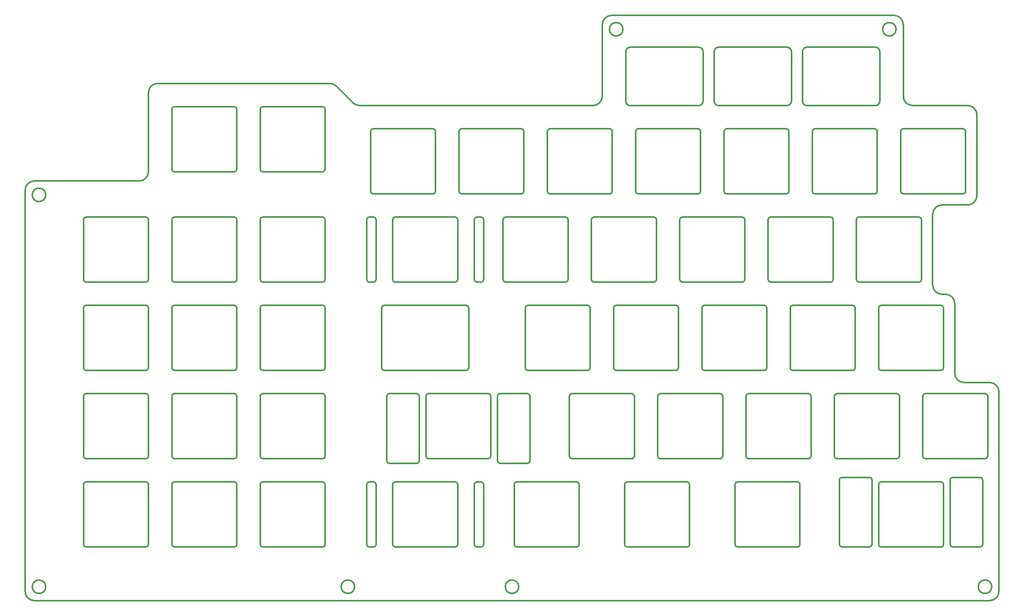
<source format=gm1>
%TF.GenerationSoftware,KiCad,Pcbnew,(6.0.5)*%
%TF.CreationDate,2022-07-28T20:29:26-06:00*%
%TF.ProjectId,plate-left,706c6174-652d-46c6-9566-742e6b696361,rev?*%
%TF.SameCoordinates,Original*%
%TF.FileFunction,Profile,NP*%
%FSLAX46Y46*%
G04 Gerber Fmt 4.6, Leading zero omitted, Abs format (unit mm)*
G04 Created by KiCad (PCBNEW (6.0.5)) date 2022-07-28 20:29:26*
%MOMM*%
%LPD*%
G01*
G04 APERTURE LIST*
%TA.AperFunction,Profile*%
%ADD10C,0.300000*%
%TD*%
G04 APERTURE END LIST*
D10*
X109856200Y-91150000D02*
G75*
G03*
X109356250Y-90650000I-500000J0D01*
G01*
X137931250Y-71600000D02*
X124931250Y-71600000D01*
X186343750Y-85100000D02*
X186343750Y-72100000D01*
X215418750Y-52549950D02*
G75*
G03*
X214918750Y-53050000I50J-500050D01*
G01*
X96356250Y-71599950D02*
G75*
G03*
X95856250Y-72100000I50J-500050D01*
G01*
X90806200Y-129250000D02*
G75*
G03*
X90306250Y-128750000I-500000J0D01*
G01*
X234468750Y-52550000D02*
X247468750Y-52550000D01*
X119668800Y-66050000D02*
G75*
G03*
X120168750Y-66550000I500000J0D01*
G01*
X138718800Y-66050000D02*
G75*
G03*
X139218750Y-66550000I500000J0D01*
G01*
X185556250Y-104650050D02*
G75*
G03*
X186056250Y-104150000I-50J500050D01*
G01*
X153006300Y-104150000D02*
G75*
G03*
X153506250Y-104650000I500000J0D01*
G01*
X58256250Y-90649950D02*
G75*
G03*
X57756250Y-91150000I50J-500050D01*
G01*
X71756250Y-72100000D02*
X71756250Y-85100000D01*
X71256250Y-142750000D02*
X58256250Y-142750000D01*
X95856250Y-72100000D02*
X95856250Y-85100000D01*
X124931250Y-128749950D02*
G75*
G03*
X124431250Y-129250000I50J-500050D01*
G01*
X214631200Y-110200000D02*
G75*
G03*
X214131250Y-109700000I-500000J0D01*
G01*
X174674700Y-46522000D02*
G75*
G03*
X175674750Y-47522000I1000000J0D01*
G01*
X227268250Y-142750000D02*
X221268250Y-142750000D01*
X144031250Y-142250000D02*
X144031250Y-129250000D01*
X195081250Y-123700050D02*
G75*
G03*
X195581250Y-123200000I-50J500050D01*
G01*
X120831200Y-129250000D02*
G75*
G03*
X120331250Y-128750000I-500000J0D01*
G01*
X109356250Y-142750050D02*
G75*
G03*
X109856250Y-142250000I-50J500050D01*
G01*
X143531250Y-85600050D02*
G75*
G03*
X144031250Y-85100000I-50J500050D01*
G01*
X220768300Y-142250000D02*
G75*
G03*
X221268250Y-142750000I500000J0D01*
G01*
X145075000Y-123700000D02*
X132075000Y-123700000D01*
X118831300Y-85100000D02*
G75*
G03*
X119331250Y-85600000I500000J0D01*
G01*
X171768700Y-53050000D02*
G75*
G03*
X171268750Y-52550000I-500000J0D01*
G01*
X138431200Y-129250000D02*
G75*
G03*
X137931250Y-128750000I-500000J0D01*
G01*
X154013000Y-110200000D02*
G75*
G03*
X153513000Y-109700000I-500100J-100D01*
G01*
X90806250Y-91150000D02*
X90806250Y-104150000D01*
X140812500Y-91150000D02*
G75*
G03*
X140312500Y-90650000I-500100J-100D01*
G01*
X142031250Y-85100000D02*
X142031250Y-72100000D01*
X77306250Y-47787450D02*
G75*
G03*
X76806250Y-48287500I50J-500050D01*
G01*
X210156250Y-104150000D02*
X210156250Y-91150000D01*
X152218750Y-52550000D02*
X139218750Y-52550000D01*
X138431250Y-85100000D02*
X138431250Y-72100000D01*
X90306250Y-123700000D02*
X77306250Y-123700000D01*
X71756250Y-44737500D02*
X71756250Y-61787500D01*
X191606250Y-90649950D02*
G75*
G03*
X191106250Y-91150000I50J-500050D01*
G01*
X219393700Y-72100000D02*
G75*
G03*
X218893750Y-71600000I-500000J0D01*
G01*
X157768800Y-66050000D02*
G75*
G03*
X158268750Y-66550000I500000J0D01*
G01*
X96356250Y-109699950D02*
G75*
G03*
X95856250Y-110200000I50J-500050D01*
G01*
X109356250Y-61787550D02*
G75*
G03*
X109856250Y-61287500I-50J500050D01*
G01*
X151125000Y-128750000D02*
X164125000Y-128750000D01*
X243206200Y-129250000D02*
G75*
G03*
X242706250Y-128750000I-500000J0D01*
G01*
X186843750Y-71600000D02*
X199843750Y-71600000D01*
X214918800Y-66050000D02*
G75*
G03*
X215418750Y-66550000I500000J0D01*
G01*
X130137000Y-124200000D02*
X130137000Y-110200000D01*
X120168750Y-52549950D02*
G75*
G03*
X119668750Y-53050000I50J-500050D01*
G01*
X120331250Y-128750000D02*
X119331250Y-128750000D01*
X167624750Y-47500000D02*
X117246062Y-47500000D01*
X90306250Y-61787500D02*
X77306250Y-61787500D01*
X251144250Y-142750000D02*
X245144250Y-142750000D01*
X200343700Y-72100000D02*
G75*
G03*
X199843750Y-71600000I-500000J0D01*
G01*
X234468750Y-52549950D02*
G75*
G03*
X233968750Y-53050000I50J-500050D01*
G01*
X124431250Y-72100000D02*
X124431250Y-85100000D01*
X119668750Y-66050000D02*
X119668750Y-53050000D01*
X232974750Y-31050000D02*
G75*
G03*
X232974750Y-31050000I-1450000J0D01*
G01*
X133168750Y-66550000D02*
X120168750Y-66550000D01*
X45156200Y-152350000D02*
G75*
G03*
X47156250Y-154350000I2000000J0D01*
G01*
X77306250Y-128749950D02*
G75*
G03*
X76806250Y-129250000I50J-500050D01*
G01*
X234524750Y-45500000D02*
X234524750Y-30050000D01*
X175674750Y-47522000D02*
X190374750Y-47522000D01*
X71756200Y-72100000D02*
G75*
G03*
X71256250Y-71600000I-500000J0D01*
G01*
X153513000Y-124700000D02*
X147513000Y-124700000D01*
X167293750Y-72100000D02*
X167293750Y-85100000D01*
X196368750Y-52549950D02*
G75*
G03*
X195868750Y-53050000I50J-500050D01*
G01*
X180793750Y-71600000D02*
X167793750Y-71600000D01*
X154013000Y-110200000D02*
X154013000Y-124200000D01*
X132075000Y-109700000D02*
G75*
G03*
X131575000Y-110200000I0J-500000D01*
G01*
X162243750Y-85100000D02*
X162243750Y-72100000D01*
X215418750Y-52550000D02*
X228418750Y-52550000D01*
X174937500Y-128750000D02*
X187937500Y-128750000D01*
X96356250Y-123700000D02*
X109356250Y-123700000D01*
X224443800Y-85100000D02*
G75*
G03*
X224943750Y-85600000I500000J0D01*
G01*
X71256250Y-123700000D02*
X58256250Y-123700000D01*
X90306250Y-142750050D02*
G75*
G03*
X90806250Y-142250000I-50J500050D01*
G01*
X144031200Y-129250000D02*
G75*
G03*
X143531250Y-128750000I-500000J0D01*
G01*
X247968700Y-53050000D02*
G75*
G03*
X247468750Y-52550000I-500000J0D01*
G01*
X224156200Y-91150000D02*
G75*
G03*
X223656250Y-90650000I-500000J0D01*
G01*
X229706250Y-90649950D02*
G75*
G03*
X229206250Y-91150000I50J-500050D01*
G01*
X181581300Y-123200000D02*
G75*
G03*
X182081250Y-123700000I500000J0D01*
G01*
X49606250Y-151350000D02*
G75*
G03*
X49606250Y-151350000I-1450000J0D01*
G01*
X205893750Y-71600000D02*
X218893750Y-71600000D01*
X223656250Y-104650000D02*
X210656250Y-104650000D01*
X118831300Y-142250000D02*
G75*
G03*
X119331250Y-142750000I500000J0D01*
G01*
X58256250Y-128749950D02*
G75*
G03*
X57756250Y-129250000I50J-500050D01*
G01*
X124431300Y-85100000D02*
G75*
G03*
X124931250Y-85600000I500000J0D01*
G01*
X109356250Y-71600000D02*
X96356250Y-71600000D01*
X90306250Y-104650000D02*
X77306250Y-104650000D01*
X200631300Y-123200000D02*
G75*
G03*
X201131250Y-123700000I500000J0D01*
G01*
X109856200Y-129250000D02*
G75*
G03*
X109356250Y-128750000I-500000J0D01*
G01*
X73756250Y-42737550D02*
G75*
G03*
X71756250Y-44737500I-50J-1999950D01*
G01*
X205393750Y-85100000D02*
X205393750Y-72100000D01*
X219681300Y-123200000D02*
G75*
G03*
X220181250Y-123700000I500000J0D01*
G01*
X57756250Y-85100000D02*
X57756250Y-72100000D01*
X77306250Y-47787500D02*
X90306250Y-47787500D01*
X167293800Y-85100000D02*
G75*
G03*
X167793750Y-85600000I500000J0D01*
G01*
X71756250Y-110200000D02*
X71756250Y-123200000D01*
X218893750Y-85600050D02*
G75*
G03*
X219393750Y-85100000I-50J500050D01*
G01*
X198750000Y-128750000D02*
G75*
G03*
X198250000Y-129250000I0J-500000D01*
G01*
X119331250Y-142750000D02*
X120331250Y-142750000D01*
X176818750Y-53050000D02*
X176818750Y-66050000D01*
X150625000Y-142250000D02*
G75*
G03*
X151125000Y-142750000I500100J100D01*
G01*
X90806250Y-85100000D02*
X90806250Y-72100000D01*
X198750000Y-142750000D02*
X211750000Y-142750000D01*
X244644300Y-142250000D02*
G75*
G03*
X245144250Y-142750000I500000J0D01*
G01*
X238731300Y-123200000D02*
G75*
G03*
X239231250Y-123700000I500000J0D01*
G01*
X95856250Y-129250000D02*
X95856250Y-142250000D01*
X109856250Y-91150000D02*
X109856250Y-104150000D01*
X76806250Y-142250000D02*
X76806250Y-129250000D01*
X109856250Y-61287500D02*
X109856250Y-48287500D01*
X233681200Y-110200000D02*
G75*
G03*
X233181250Y-109700000I-500000J0D01*
G01*
X195581250Y-110200000D02*
X195581250Y-123200000D01*
X205393800Y-85100000D02*
G75*
G03*
X205893750Y-85600000I500000J0D01*
G01*
X253606250Y-151350000D02*
G75*
G03*
X253606250Y-151350000I-1450000J0D01*
G01*
X147513000Y-109700000D02*
X153513000Y-109700000D01*
X153506250Y-104650000D02*
X166506250Y-104650000D01*
X227768200Y-128250000D02*
G75*
G03*
X227268250Y-127750000I-500000J0D01*
G01*
X166506250Y-104650050D02*
G75*
G03*
X167006250Y-104150000I-50J500050D01*
G01*
X57756300Y-142250000D02*
G75*
G03*
X58256250Y-142750000I500000J0D01*
G01*
X49606250Y-66787500D02*
G75*
G03*
X49606250Y-66787500I-1450000J0D01*
G01*
X239231250Y-109700000D02*
X252231250Y-109700000D01*
X122050000Y-104150000D02*
G75*
G03*
X122550000Y-104650000I500100J100D01*
G01*
X131575000Y-123200000D02*
G75*
G03*
X132075000Y-123700000I500100J100D01*
G01*
X161743750Y-85600050D02*
G75*
G03*
X162243750Y-85100000I-50J500050D01*
G01*
X177318750Y-52549950D02*
G75*
G03*
X176818750Y-53050000I50J-500050D01*
G01*
X196368750Y-52550000D02*
X209368750Y-52550000D01*
X214918750Y-66050000D02*
X214918750Y-53050000D01*
X132075000Y-109700000D02*
X145075000Y-109700000D01*
X148743750Y-85600000D02*
X161743750Y-85600000D01*
X167793750Y-71599950D02*
G75*
G03*
X167293750Y-72100000I50J-500050D01*
G01*
X194724750Y-34922050D02*
G75*
G03*
X193724750Y-35922000I-50J-999950D01*
G01*
X147013000Y-124200000D02*
X147013000Y-110200000D01*
X190818750Y-66050000D02*
X190818750Y-53050000D01*
X223656250Y-104650050D02*
G75*
G03*
X224156250Y-104150000I-50J500050D01*
G01*
X255156250Y-152350000D02*
X255156250Y-109275000D01*
X143531250Y-85600000D02*
X142531250Y-85600000D01*
X158268750Y-52549950D02*
G75*
G03*
X157768750Y-53050000I50J-500050D01*
G01*
X243206250Y-104150000D02*
X243206250Y-91150000D01*
X90806250Y-129250000D02*
X90806250Y-142250000D01*
X195868750Y-66050000D02*
X195868750Y-53050000D01*
X69756250Y-63787500D02*
X47156250Y-63787500D01*
X181293750Y-85100000D02*
X181293750Y-72100000D01*
X209424750Y-34922000D02*
X194724750Y-34922000D01*
X69756250Y-63787450D02*
G75*
G03*
X71756250Y-61787500I50J1999950D01*
G01*
X140812500Y-104150000D02*
X140812500Y-91150000D01*
X162531250Y-110200000D02*
X162531250Y-123200000D01*
X123137000Y-124200000D02*
G75*
G03*
X123637000Y-124700000I500100J100D01*
G01*
X210156300Y-104150000D02*
G75*
G03*
X210656250Y-104650000I500000J0D01*
G01*
X140312500Y-104650000D02*
G75*
G03*
X140812500Y-104150000I0J500000D01*
G01*
X212774700Y-46522000D02*
G75*
G03*
X213774750Y-47522000I1000000J0D01*
G01*
X188437500Y-129250000D02*
G75*
G03*
X187937500Y-128750000I-500100J-100D01*
G01*
X242706250Y-142750050D02*
G75*
G03*
X243206250Y-142250000I-50J500050D01*
G01*
X194724750Y-47522000D02*
X209424750Y-47522000D01*
X245144250Y-127749950D02*
G75*
G03*
X244644250Y-128250000I50J-500050D01*
G01*
X153513000Y-124700000D02*
G75*
G03*
X154013000Y-124200000I0J500000D01*
G01*
X95856300Y-123200000D02*
G75*
G03*
X96356250Y-123700000I500000J0D01*
G01*
X90806200Y-91150000D02*
G75*
G03*
X90306250Y-90650000I-500000J0D01*
G01*
X227768250Y-128250000D02*
X227768250Y-142250000D01*
X161743750Y-71600000D02*
X148743750Y-71600000D01*
X109856250Y-142250000D02*
X109856250Y-129250000D01*
X237943750Y-71600000D02*
X224943750Y-71600000D01*
X96356250Y-128749950D02*
G75*
G03*
X95856250Y-129250000I50J-500050D01*
G01*
X71756250Y-91150000D02*
X71756250Y-104150000D01*
X120831250Y-85100000D02*
X120831250Y-72100000D01*
X199843750Y-85600050D02*
G75*
G03*
X200343750Y-85100000I-50J500050D01*
G01*
X190818700Y-53050000D02*
G75*
G03*
X190318750Y-52550000I-500000J0D01*
G01*
X57756300Y-104150000D02*
G75*
G03*
X58256250Y-104650000I500000J0D01*
G01*
X133668750Y-53050000D02*
X133668750Y-66050000D01*
X47156250Y-63787550D02*
G75*
G03*
X45156250Y-65787500I-50J-1999950D01*
G01*
X90306250Y-123700050D02*
G75*
G03*
X90806250Y-123200000I-50J500050D01*
G01*
X77306250Y-90650000D02*
X90306250Y-90650000D01*
X77306250Y-109700000D02*
X90306250Y-109700000D01*
X133668700Y-53050000D02*
G75*
G03*
X133168750Y-52550000I-500000J0D01*
G01*
X245631200Y-105275000D02*
G75*
G03*
X247631250Y-107275000I2000000J0D01*
G01*
X120331250Y-71600000D02*
X119331250Y-71600000D01*
X237943750Y-85600050D02*
G75*
G03*
X238443750Y-85100000I-50J500050D01*
G01*
X220768250Y-142250000D02*
X220768250Y-128250000D01*
X193724750Y-35922000D02*
X193724750Y-46522000D01*
X124931250Y-71599950D02*
G75*
G03*
X124431250Y-72100000I50J-500050D01*
G01*
X162531300Y-123200000D02*
G75*
G03*
X163031250Y-123700000I500000J0D01*
G01*
X252731200Y-110200000D02*
G75*
G03*
X252231250Y-109700000I-500000J0D01*
G01*
X188437500Y-129250000D02*
X188437500Y-142250000D01*
X228474750Y-47521950D02*
G75*
G03*
X229474750Y-46522000I50J999950D01*
G01*
X71256250Y-85600050D02*
G75*
G03*
X71756250Y-85100000I-50J500050D01*
G01*
X233968800Y-66050000D02*
G75*
G03*
X234468750Y-66550000I500000J0D01*
G01*
X213774750Y-34922050D02*
G75*
G03*
X212774750Y-35922000I-50J-999950D01*
G01*
X190374750Y-47521950D02*
G75*
G03*
X191374750Y-46522000I50J999950D01*
G01*
X195081250Y-123700000D02*
X182081250Y-123700000D01*
X238731250Y-123200000D02*
X238731250Y-110200000D01*
X166506250Y-90650000D02*
X153506250Y-90650000D01*
X139218750Y-66550000D02*
X152218750Y-66550000D01*
X167006250Y-104150000D02*
X167006250Y-91150000D01*
X172056250Y-91150000D02*
X172056250Y-104150000D01*
X58256250Y-90650000D02*
X71256250Y-90650000D01*
X195868800Y-66050000D02*
G75*
G03*
X196368750Y-66550000I500000J0D01*
G01*
X247968750Y-53050000D02*
X247968750Y-66050000D01*
X190318750Y-66550050D02*
G75*
G03*
X190818750Y-66050000I-50J500050D01*
G01*
X186056250Y-104150000D02*
X186056250Y-91150000D01*
X185556250Y-90650000D02*
X172556250Y-90650000D01*
X205893750Y-71599950D02*
G75*
G03*
X205393750Y-72100000I50J-500050D01*
G01*
X247468750Y-66550000D02*
X234468750Y-66550000D01*
X180793750Y-85600050D02*
G75*
G03*
X181293750Y-85100000I-50J500050D01*
G01*
X142531250Y-71599950D02*
G75*
G03*
X142031250Y-72100000I50J-500050D01*
G01*
X229206250Y-129250000D02*
X229206250Y-142250000D01*
X76806300Y-104150000D02*
G75*
G03*
X77306250Y-104650000I500000J0D01*
G01*
X122550000Y-104650000D02*
X140312500Y-104650000D01*
X169624750Y-30050000D02*
X169624750Y-45500000D01*
X115831839Y-46914224D02*
G75*
G03*
X117246062Y-47500000I1414161J1414124D01*
G01*
X96356250Y-61787500D02*
X109356250Y-61787500D01*
X171768750Y-53050000D02*
X171768750Y-66050000D01*
X242706250Y-128750000D02*
X229706250Y-128750000D01*
X58256250Y-109699950D02*
G75*
G03*
X57756250Y-110200000I50J-500050D01*
G01*
X193724700Y-46522000D02*
G75*
G03*
X194724750Y-47522000I1000000J0D01*
G01*
X224443750Y-72100000D02*
X224443750Y-85100000D01*
X198250000Y-142250000D02*
G75*
G03*
X198750000Y-142750000I500100J100D01*
G01*
X90806250Y-110200000D02*
X90806250Y-123200000D01*
X140312500Y-90650000D02*
X122550000Y-90650000D01*
X138718750Y-53050000D02*
X138718750Y-66050000D01*
X201131250Y-109699950D02*
G75*
G03*
X200631250Y-110200000I50J-500050D01*
G01*
X205106250Y-91150000D02*
X205106250Y-104150000D01*
X250393800Y-49500000D02*
G75*
G03*
X248393750Y-47500000I-2000000J0D01*
G01*
X109356250Y-85600050D02*
G75*
G03*
X109856250Y-85100000I-50J500050D01*
G01*
X229474800Y-35922000D02*
G75*
G03*
X228474750Y-34922000I-1000000J0D01*
G01*
X58256250Y-109700000D02*
X71256250Y-109700000D01*
X252231250Y-123700000D02*
X239231250Y-123700000D01*
X129637000Y-124700000D02*
G75*
G03*
X130137000Y-124200000I0J500000D01*
G01*
X148243800Y-85100000D02*
G75*
G03*
X148743750Y-85600000I500000J0D01*
G01*
X175674750Y-34922050D02*
G75*
G03*
X174674750Y-35922000I-50J-999950D01*
G01*
X137931250Y-85600050D02*
G75*
G03*
X138431250Y-85100000I-50J500050D01*
G01*
X57756300Y-85100000D02*
G75*
G03*
X58256250Y-85600000I500000J0D01*
G01*
X242706250Y-104650050D02*
G75*
G03*
X243206250Y-104150000I-50J500050D01*
G01*
X144031250Y-72100000D02*
X144031250Y-85100000D01*
X152718700Y-53050000D02*
G75*
G03*
X152218750Y-52550000I-500000J0D01*
G01*
X124431250Y-142250000D02*
X124431250Y-129250000D01*
X240868700Y-86225000D02*
G75*
G03*
X242868750Y-88225000I2000000J0D01*
G01*
X142531250Y-71600000D02*
X143531250Y-71600000D01*
X214631250Y-123200000D02*
X214631250Y-110200000D01*
X90306250Y-142750000D02*
X77306250Y-142750000D01*
X242868750Y-68975000D02*
X248393750Y-68975000D01*
X190374750Y-34922000D02*
X175674750Y-34922000D01*
X167624750Y-47499950D02*
G75*
G03*
X169624750Y-45500000I50J1999950D01*
G01*
X220181250Y-109699950D02*
G75*
G03*
X219681250Y-110200000I50J-500050D01*
G01*
X95856300Y-85100000D02*
G75*
G03*
X96356250Y-85600000I500000J0D01*
G01*
X58256250Y-71600000D02*
X71256250Y-71600000D01*
X224943750Y-71599950D02*
G75*
G03*
X224443750Y-72100000I50J-500050D01*
G01*
X120331250Y-142750050D02*
G75*
G03*
X120831250Y-142250000I-50J500050D01*
G01*
X164625000Y-129250000D02*
G75*
G03*
X164125000Y-128750000I-500100J-100D01*
G01*
X109356250Y-47787500D02*
X96356250Y-47787500D01*
X119331250Y-85600000D02*
X120331250Y-85600000D01*
X142031250Y-129250000D02*
X142031250Y-142250000D01*
X153506250Y-90649950D02*
G75*
G03*
X153006250Y-91150000I50J-500050D01*
G01*
X191106300Y-104150000D02*
G75*
G03*
X191606250Y-104650000I500000J0D01*
G01*
X252731250Y-110200000D02*
X252731250Y-123200000D01*
X210656250Y-90650000D02*
X223656250Y-90650000D01*
X124931250Y-85600000D02*
X137931250Y-85600000D01*
X204606250Y-104650050D02*
G75*
G03*
X205106250Y-104150000I-50J500050D01*
G01*
X71256250Y-123700050D02*
G75*
G03*
X71756250Y-123200000I-50J500050D01*
G01*
X191606250Y-90650000D02*
X204606250Y-90650000D01*
X234524700Y-45500000D02*
G75*
G03*
X236524750Y-47500000I2000000J0D01*
G01*
X229206300Y-104150000D02*
G75*
G03*
X229706250Y-104650000I500000J0D01*
G01*
X186056200Y-91150000D02*
G75*
G03*
X185556250Y-90650000I-500000J0D01*
G01*
X191106250Y-104150000D02*
X191106250Y-91150000D01*
X250393750Y-66975000D02*
X250393750Y-49500000D01*
X90806200Y-72100000D02*
G75*
G03*
X90306250Y-71600000I-500000J0D01*
G01*
X118831250Y-129250000D02*
X118831250Y-142250000D01*
X57756300Y-123200000D02*
G75*
G03*
X58256250Y-123700000I500000J0D01*
G01*
X182081250Y-109699950D02*
G75*
G03*
X181581250Y-110200000I50J-500050D01*
G01*
X212774750Y-35922000D02*
X212774750Y-46522000D01*
X90806200Y-110200000D02*
G75*
G03*
X90306250Y-109700000I-500000J0D01*
G01*
X182081250Y-109700000D02*
X195081250Y-109700000D01*
X47156250Y-154350000D02*
X253156250Y-154350000D01*
X57756250Y-104150000D02*
X57756250Y-91150000D01*
X248393750Y-47500000D02*
X236524750Y-47500000D01*
X71256250Y-142750050D02*
G75*
G03*
X71756250Y-142250000I-50J500050D01*
G01*
X186843750Y-71599950D02*
G75*
G03*
X186343750Y-72100000I50J-500050D01*
G01*
X109856200Y-72100000D02*
G75*
G03*
X109356250Y-71600000I-500000J0D01*
G01*
X112240926Y-43323282D02*
G75*
G03*
X110826708Y-42737500I-1414126J-1414018D01*
G01*
X233681250Y-110200000D02*
X233681250Y-123200000D01*
X120331250Y-85600050D02*
G75*
G03*
X120831250Y-85100000I-50J500050D01*
G01*
X139218750Y-52549950D02*
G75*
G03*
X138718750Y-53050000I50J-500050D01*
G01*
X110826708Y-42737500D02*
X73756250Y-42737500D01*
X158268750Y-52550000D02*
X171268750Y-52550000D01*
X172556250Y-90649950D02*
G75*
G03*
X172056250Y-91150000I50J-500050D01*
G01*
X138431200Y-72100000D02*
G75*
G03*
X137931250Y-71600000I-500000J0D01*
G01*
X90306250Y-61787550D02*
G75*
G03*
X90806250Y-61287500I-50J500050D01*
G01*
X124931250Y-128750000D02*
X137931250Y-128750000D01*
X77306250Y-85600000D02*
X90306250Y-85600000D01*
X143531250Y-128750000D02*
X142531250Y-128750000D01*
X211750000Y-128750000D02*
X198750000Y-128750000D01*
X221268250Y-127750000D02*
X227268250Y-127750000D01*
X211750000Y-142750000D02*
G75*
G03*
X212250000Y-142250000I0J500000D01*
G01*
X120168750Y-52550000D02*
X133168750Y-52550000D01*
X96356250Y-85600000D02*
X109356250Y-85600000D01*
X95856300Y-61287500D02*
G75*
G03*
X96356250Y-61787500I500000J0D01*
G01*
X152218750Y-66550050D02*
G75*
G03*
X152718750Y-66050000I-50J500050D01*
G01*
X148243750Y-72100000D02*
X148243750Y-85100000D01*
X77306250Y-109699950D02*
G75*
G03*
X76806250Y-110200000I50J-500050D01*
G01*
X233968750Y-66050000D02*
X233968750Y-53050000D01*
X248393750Y-68974950D02*
G75*
G03*
X250393750Y-66975000I50J1999950D01*
G01*
X255156300Y-109275000D02*
G75*
G03*
X253156250Y-107275000I-2000000J0D01*
G01*
X242706250Y-90650000D02*
X229706250Y-90650000D01*
X109856200Y-110200000D02*
G75*
G03*
X109356250Y-109700000I-500000J0D01*
G01*
X76806250Y-61287500D02*
X76806250Y-48287500D01*
X95856250Y-110200000D02*
X95856250Y-123200000D01*
X109356250Y-123700050D02*
G75*
G03*
X109856250Y-123200000I-50J500050D01*
G01*
X174437500Y-142250000D02*
X174437500Y-129250000D01*
X228918700Y-53050000D02*
G75*
G03*
X228418750Y-52550000I-500000J0D01*
G01*
X244644250Y-142250000D02*
X244644250Y-128250000D01*
X252231250Y-123700050D02*
G75*
G03*
X252731250Y-123200000I-50J500050D01*
G01*
X220181250Y-109700000D02*
X233181250Y-109700000D01*
X90306250Y-85600050D02*
G75*
G03*
X90806250Y-85100000I-50J500050D01*
G01*
X233181250Y-123700050D02*
G75*
G03*
X233681250Y-123200000I-50J500050D01*
G01*
X76806300Y-123200000D02*
G75*
G03*
X77306250Y-123700000I500000J0D01*
G01*
X224156250Y-91150000D02*
X224156250Y-104150000D01*
X76806250Y-123200000D02*
X76806250Y-110200000D01*
X167006200Y-91150000D02*
G75*
G03*
X166506250Y-90650000I-500000J0D01*
G01*
X122050000Y-91150000D02*
X122050000Y-104150000D01*
X229706250Y-128749950D02*
G75*
G03*
X229206250Y-129250000I50J-500050D01*
G01*
X210656250Y-90649950D02*
G75*
G03*
X210156250Y-91150000I50J-500050D01*
G01*
X142531250Y-128749950D02*
G75*
G03*
X142031250Y-129250000I50J-500050D01*
G01*
X116212500Y-151350000D02*
G75*
G03*
X116212500Y-151350000I-1450000J0D01*
G01*
X163031250Y-123700000D02*
X176031250Y-123700000D01*
X162243700Y-72100000D02*
G75*
G03*
X161743750Y-71600000I-500000J0D01*
G01*
X172556250Y-104650000D02*
X185556250Y-104650000D01*
X200631250Y-110200000D02*
X200631250Y-123200000D01*
X176031250Y-109700000D02*
X163031250Y-109700000D01*
X171268750Y-66550000D02*
X158268750Y-66550000D01*
X174074750Y-31050000D02*
G75*
G03*
X174074750Y-31050000I-1450000J0D01*
G01*
X212250000Y-142250000D02*
X212250000Y-129250000D01*
X71756200Y-110200000D02*
G75*
G03*
X71256250Y-109700000I-500000J0D01*
G01*
X200343750Y-72100000D02*
X200343750Y-85100000D01*
X205106200Y-91150000D02*
G75*
G03*
X204606250Y-90650000I-500000J0D01*
G01*
X164125000Y-142750000D02*
G75*
G03*
X164625000Y-142250000I0J500000D01*
G01*
X191374800Y-35922000D02*
G75*
G03*
X190374750Y-34922000I-1000000J0D01*
G01*
X96356250Y-47787450D02*
G75*
G03*
X95856250Y-48287500I50J-500050D01*
G01*
X234524800Y-30050000D02*
G75*
G03*
X232524750Y-28050000I-2000000J0D01*
G01*
X76806250Y-104150000D02*
X76806250Y-91150000D01*
X95856250Y-48287500D02*
X95856250Y-61287500D01*
X209868700Y-53050000D02*
G75*
G03*
X209368750Y-52550000I-500000J0D01*
G01*
X228474750Y-34922000D02*
X213774750Y-34922000D01*
X137931250Y-142750000D02*
X124931250Y-142750000D01*
X143531250Y-142750050D02*
G75*
G03*
X144031250Y-142250000I-50J500050D01*
G01*
X71756200Y-129250000D02*
G75*
G03*
X71256250Y-128750000I-500000J0D01*
G01*
X195581200Y-110200000D02*
G75*
G03*
X195081250Y-109700000I-500000J0D01*
G01*
X243206250Y-142250000D02*
X243206250Y-129250000D01*
X219681250Y-123200000D02*
X219681250Y-110200000D01*
X251144250Y-142750050D02*
G75*
G03*
X251644250Y-142250000I-50J500050D01*
G01*
X164125000Y-142750000D02*
X151125000Y-142750000D01*
X109856250Y-123200000D02*
X109856250Y-110200000D01*
X119331250Y-71599950D02*
G75*
G03*
X118831250Y-72100000I50J-500050D01*
G01*
X58256250Y-128750000D02*
X71256250Y-128750000D01*
X133168750Y-66550050D02*
G75*
G03*
X133668750Y-66050000I-50J500050D01*
G01*
X227268250Y-142750050D02*
G75*
G03*
X227768250Y-142250000I-50J500050D01*
G01*
X76806300Y-85100000D02*
G75*
G03*
X77306250Y-85600000I500000J0D01*
G01*
X242868750Y-68975050D02*
G75*
G03*
X240868750Y-70975000I-50J-1999950D01*
G01*
X118831250Y-72100000D02*
X118831250Y-85100000D01*
X71256250Y-104650050D02*
G75*
G03*
X71756250Y-104150000I-50J500050D01*
G01*
X124431300Y-142250000D02*
G75*
G03*
X124931250Y-142750000I500000J0D01*
G01*
X96356250Y-142750000D02*
X109356250Y-142750000D01*
X109356250Y-104650050D02*
G75*
G03*
X109856250Y-104150000I-50J500050D01*
G01*
X147013000Y-124200000D02*
G75*
G03*
X147513000Y-124700000I500100J100D01*
G01*
X138431250Y-129250000D02*
X138431250Y-142250000D01*
X251644200Y-128250000D02*
G75*
G03*
X251144250Y-127750000I-500000J0D01*
G01*
X90306250Y-71600000D02*
X77306250Y-71600000D01*
X247468750Y-66550050D02*
G75*
G03*
X247968750Y-66050000I-50J500050D01*
G01*
X243631250Y-88225000D02*
X242868750Y-88225000D01*
X228918750Y-53050000D02*
X228918750Y-66050000D01*
X218893750Y-85600000D02*
X205893750Y-85600000D01*
X191374750Y-46522000D02*
X191374750Y-35922000D01*
X131575000Y-123200000D02*
X131575000Y-110200000D01*
X229206250Y-91150000D02*
X229206250Y-104150000D01*
X177318750Y-66550000D02*
X190318750Y-66550000D01*
X71256250Y-85600000D02*
X58256250Y-85600000D01*
X243206200Y-91150000D02*
G75*
G03*
X242706250Y-90650000I-500000J0D01*
G01*
X115831849Y-46914214D02*
X112240922Y-43323286D01*
X209868750Y-53050000D02*
X209868750Y-66050000D01*
X176531200Y-110200000D02*
G75*
G03*
X176031250Y-109700000I-500000J0D01*
G01*
X209424750Y-47521950D02*
G75*
G03*
X210424750Y-46522000I50J999950D01*
G01*
X95856300Y-104150000D02*
G75*
G03*
X96356250Y-104650000I500000J0D01*
G01*
X164625000Y-129250000D02*
X164625000Y-142250000D01*
X163031250Y-109699950D02*
G75*
G03*
X162531250Y-110200000I50J-500050D01*
G01*
X176031250Y-123700050D02*
G75*
G03*
X176531250Y-123200000I-50J500050D01*
G01*
X57756250Y-142250000D02*
X57756250Y-129250000D01*
X232524750Y-28050000D02*
X171624750Y-28050000D01*
X45156250Y-65787500D02*
X45156250Y-152350000D01*
X240868750Y-86225000D02*
X240868750Y-70975000D01*
X171268750Y-66550050D02*
G75*
G03*
X171768750Y-66050000I-50J500050D01*
G01*
X186343800Y-85100000D02*
G75*
G03*
X186843750Y-85600000I500000J0D01*
G01*
X151606250Y-151350000D02*
G75*
G03*
X151606250Y-151350000I-1450000J0D01*
G01*
X221268250Y-127749950D02*
G75*
G03*
X220768250Y-128250000I50J-500050D01*
G01*
X96356250Y-90650000D02*
X109356250Y-90650000D01*
X238443750Y-85100000D02*
X238443750Y-72100000D01*
X152718750Y-66050000D02*
X152718750Y-53050000D01*
X204606250Y-104650000D02*
X191606250Y-104650000D01*
X137931250Y-142750050D02*
G75*
G03*
X138431250Y-142250000I-50J500050D01*
G01*
X109856250Y-85100000D02*
X109856250Y-72100000D01*
X238443700Y-72100000D02*
G75*
G03*
X237943750Y-71600000I-500000J0D01*
G01*
X119331250Y-128749950D02*
G75*
G03*
X118831250Y-129250000I50J-500050D01*
G01*
X147513000Y-109700000D02*
G75*
G03*
X147013000Y-110200000I0J-500000D01*
G01*
X229474750Y-46522000D02*
X229474750Y-35922000D01*
X58256250Y-71599950D02*
G75*
G03*
X57756250Y-72100000I50J-500050D01*
G01*
X150625000Y-142250000D02*
X150625000Y-129250000D01*
X229706250Y-142750000D02*
X242706250Y-142750000D01*
X71256250Y-104650000D02*
X58256250Y-104650000D01*
X181581250Y-123200000D02*
X181581250Y-110200000D01*
X120831250Y-142250000D02*
X120831250Y-129250000D01*
X71756250Y-129250000D02*
X71756250Y-142250000D01*
X96356250Y-90649950D02*
G75*
G03*
X95856250Y-91150000I50J-500050D01*
G01*
X174437500Y-142250000D02*
G75*
G03*
X174937500Y-142750000I500100J100D01*
G01*
X209368750Y-66550000D02*
X196368750Y-66550000D01*
X145075000Y-123700000D02*
G75*
G03*
X145575000Y-123200000I0J500000D01*
G01*
X123137000Y-110200000D02*
X123137000Y-124200000D01*
X76806250Y-72100000D02*
X76806250Y-85100000D01*
X122550000Y-90650000D02*
G75*
G03*
X122050000Y-91150000I0J-500000D01*
G01*
X253156250Y-107275000D02*
X247631250Y-107275000D01*
X130137000Y-110200000D02*
G75*
G03*
X129637000Y-109700000I-500100J-100D01*
G01*
X157768750Y-66050000D02*
X157768750Y-53050000D01*
X145575000Y-110200000D02*
X145575000Y-123200000D01*
X224943750Y-85600000D02*
X237943750Y-85600000D01*
X253156250Y-154349950D02*
G75*
G03*
X255156250Y-152350000I50J1999950D01*
G01*
X71756200Y-91150000D02*
G75*
G03*
X71256250Y-90650000I-500000J0D01*
G01*
X187937500Y-142750000D02*
X174937500Y-142750000D01*
X109356250Y-128750000D02*
X96356250Y-128750000D01*
X198250000Y-129250000D02*
X198250000Y-142250000D01*
X228418750Y-66550050D02*
G75*
G03*
X228918750Y-66050000I-50J500050D01*
G01*
X176531250Y-123200000D02*
X176531250Y-110200000D01*
X172056300Y-104150000D02*
G75*
G03*
X172556250Y-104650000I500000J0D01*
G01*
X90806250Y-48287500D02*
X90806250Y-61287500D01*
X151125000Y-128750000D02*
G75*
G03*
X150625000Y-129250000I0J-500000D01*
G01*
X251644250Y-128250000D02*
X251644250Y-142250000D01*
X77306250Y-71599950D02*
G75*
G03*
X76806250Y-72100000I50J-500050D01*
G01*
X245631250Y-105275000D02*
X245631250Y-90225000D01*
X229206300Y-142250000D02*
G75*
G03*
X229706250Y-142750000I500000J0D01*
G01*
X142531250Y-142750000D02*
X143531250Y-142750000D01*
X109856200Y-48287500D02*
G75*
G03*
X109356250Y-47787500I-500000J0D01*
G01*
X145575000Y-110200000D02*
G75*
G03*
X145075000Y-109700000I-500100J-100D01*
G01*
X210424800Y-35922000D02*
G75*
G03*
X209424750Y-34922000I-1000000J0D01*
G01*
X123637000Y-124700000D02*
X129637000Y-124700000D01*
X120831200Y-72100000D02*
G75*
G03*
X120331250Y-71600000I-500000J0D01*
G01*
X76806300Y-61287500D02*
G75*
G03*
X77306250Y-61787500I500000J0D01*
G01*
X77306250Y-128750000D02*
X90306250Y-128750000D01*
X174937500Y-128750000D02*
G75*
G03*
X174437500Y-129250000I0J-500000D01*
G01*
X109356250Y-109700000D02*
X96356250Y-109700000D01*
X129637000Y-109700000D02*
X123637000Y-109700000D01*
X212250000Y-129250000D02*
G75*
G03*
X211750000Y-128750000I-500100J-100D01*
G01*
X229706250Y-104650000D02*
X242706250Y-104650000D01*
X123637000Y-109700000D02*
G75*
G03*
X123137000Y-110200000I0J-500000D01*
G01*
X239231250Y-109699950D02*
G75*
G03*
X238731250Y-110200000I50J-500050D01*
G01*
X201131250Y-123700000D02*
X214131250Y-123700000D01*
X209368750Y-66550050D02*
G75*
G03*
X209868750Y-66050000I-50J500050D01*
G01*
X213774750Y-47522000D02*
X228474750Y-47522000D01*
X95856250Y-104150000D02*
X95856250Y-91150000D01*
X245144250Y-127750000D02*
X251144250Y-127750000D01*
X95856300Y-142250000D02*
G75*
G03*
X96356250Y-142750000I500000J0D01*
G01*
X228418750Y-66550000D02*
X215418750Y-66550000D01*
X210424750Y-46522000D02*
X210424750Y-35922000D01*
X245631300Y-90225000D02*
G75*
G03*
X243631250Y-88225000I-2000000J0D01*
G01*
X174674750Y-35922000D02*
X174674750Y-46522000D01*
X142031300Y-85100000D02*
G75*
G03*
X142531250Y-85600000I500000J0D01*
G01*
X57756250Y-123200000D02*
X57756250Y-110200000D01*
X214131250Y-109700000D02*
X201131250Y-109700000D01*
X219393750Y-72100000D02*
X219393750Y-85100000D01*
X90306250Y-104650050D02*
G75*
G03*
X90806250Y-104150000I-50J500050D01*
G01*
X176818800Y-66050000D02*
G75*
G03*
X177318750Y-66550000I500000J0D01*
G01*
X199843750Y-85600000D02*
X186843750Y-85600000D01*
X142031300Y-142250000D02*
G75*
G03*
X142531250Y-142750000I500000J0D01*
G01*
X167793750Y-85600000D02*
X180793750Y-85600000D01*
X187937500Y-142750000D02*
G75*
G03*
X188437500Y-142250000I0J500000D01*
G01*
X90806200Y-48287500D02*
G75*
G03*
X90306250Y-47787500I-500000J0D01*
G01*
X109356250Y-104650000D02*
X96356250Y-104650000D01*
X233181250Y-123700000D02*
X220181250Y-123700000D01*
X153006250Y-91150000D02*
X153006250Y-104150000D01*
X181293700Y-72100000D02*
G75*
G03*
X180793750Y-71600000I-500000J0D01*
G01*
X77306250Y-90649950D02*
G75*
G03*
X76806250Y-91150000I50J-500050D01*
G01*
X171624750Y-28050050D02*
G75*
G03*
X169624750Y-30050000I-50J-1999950D01*
G01*
X144031200Y-72100000D02*
G75*
G03*
X143531250Y-71600000I-500000J0D01*
G01*
X190318750Y-52550000D02*
X177318750Y-52550000D01*
X214131250Y-123700050D02*
G75*
G03*
X214631250Y-123200000I-50J500050D01*
G01*
X76806300Y-142250000D02*
G75*
G03*
X77306250Y-142750000I500000J0D01*
G01*
X148743750Y-71599950D02*
G75*
G03*
X148243750Y-72100000I50J-500050D01*
G01*
M02*

</source>
